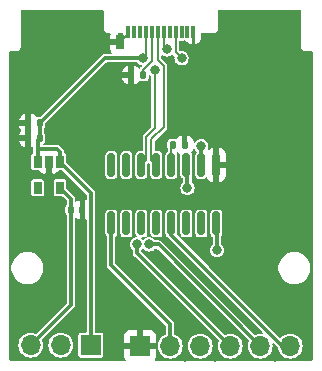
<source format=gbr>
%TF.GenerationSoftware,KiCad,Pcbnew,8.0.3*%
%TF.CreationDate,2024-07-14T10:18:13+10:00*%
%TF.ProjectId,USB-C to UART,5553422d-4320-4746-9f20-554152542e6b,rev?*%
%TF.SameCoordinates,Original*%
%TF.FileFunction,Copper,L1,Top*%
%TF.FilePolarity,Positive*%
%FSLAX46Y46*%
G04 Gerber Fmt 4.6, Leading zero omitted, Abs format (unit mm)*
G04 Created by KiCad (PCBNEW 8.0.3) date 2024-07-14 10:18:13*
%MOMM*%
%LPD*%
G01*
G04 APERTURE LIST*
G04 Aperture macros list*
%AMRoundRect*
0 Rectangle with rounded corners*
0 $1 Rounding radius*
0 $2 $3 $4 $5 $6 $7 $8 $9 X,Y pos of 4 corners*
0 Add a 4 corners polygon primitive as box body*
4,1,4,$2,$3,$4,$5,$6,$7,$8,$9,$2,$3,0*
0 Add four circle primitives for the rounded corners*
1,1,$1+$1,$2,$3*
1,1,$1+$1,$4,$5*
1,1,$1+$1,$6,$7*
1,1,$1+$1,$8,$9*
0 Add four rect primitives between the rounded corners*
20,1,$1+$1,$2,$3,$4,$5,0*
20,1,$1+$1,$4,$5,$6,$7,0*
20,1,$1+$1,$6,$7,$8,$9,0*
20,1,$1+$1,$8,$9,$2,$3,0*%
G04 Aperture macros list end*
%TA.AperFunction,SMDPad,CuDef*%
%ADD10RoundRect,0.140000X0.140000X0.170000X-0.140000X0.170000X-0.140000X-0.170000X0.140000X-0.170000X0*%
%TD*%
%TA.AperFunction,SMDPad,CuDef*%
%ADD11RoundRect,0.135000X-0.135000X-0.185000X0.135000X-0.185000X0.135000X0.185000X-0.135000X0.185000X0*%
%TD*%
%TA.AperFunction,SMDPad,CuDef*%
%ADD12R,0.650000X1.060000*%
%TD*%
%TA.AperFunction,SMDPad,CuDef*%
%ADD13RoundRect,0.150000X-0.150000X0.825000X-0.150000X-0.825000X0.150000X-0.825000X0.150000X0.825000X0*%
%TD*%
%TA.AperFunction,SMDPad,CuDef*%
%ADD14RoundRect,0.140000X-0.140000X-0.170000X0.140000X-0.170000X0.140000X0.170000X-0.140000X0.170000X0*%
%TD*%
%TA.AperFunction,ComponentPad*%
%ADD15R,1.700000X1.700000*%
%TD*%
%TA.AperFunction,ComponentPad*%
%ADD16O,1.700000X1.700000*%
%TD*%
%TA.AperFunction,SMDPad,CuDef*%
%ADD17R,1.500000X1.500000*%
%TD*%
%TA.AperFunction,SMDPad,CuDef*%
%ADD18R,0.300000X1.000000*%
%TD*%
%TA.AperFunction,SMDPad,CuDef*%
%ADD19R,0.700000X1.150000*%
%TD*%
%TA.AperFunction,ViaPad*%
%ADD20C,0.500000*%
%TD*%
%TA.AperFunction,ViaPad*%
%ADD21C,0.800000*%
%TD*%
%TA.AperFunction,Conductor*%
%ADD22C,0.300000*%
%TD*%
%TA.AperFunction,Conductor*%
%ADD23C,0.200000*%
%TD*%
G04 APERTURE END LIST*
D10*
%TO.P,C3,1*%
%TO.N,5V*%
X81910000Y24610000D03*
%TO.P,C3,2*%
%TO.N,Earth*%
X80950000Y24610000D03*
%TD*%
D11*
%TO.P,R1,1*%
%TO.N,Earth*%
X89670000Y29930000D03*
%TO.P,R1,2*%
%TO.N,Net-(P1-PadA5)*%
X90690000Y29930000D03*
%TD*%
D12*
%TO.P,U2,1*%
%TO.N,5V*%
X83640000Y22600000D03*
%TO.P,U2,2*%
%TO.N,Earth*%
X82690000Y22600000D03*
%TO.P,U2,3*%
%TO.N,5V*%
X81740000Y22600000D03*
%TO.P,U2,4*%
%TO.N,Net-(U2-Pad4)*%
X81740000Y20400000D03*
%TO.P,U2,5*%
%TO.N,3V3*%
X83640000Y20400000D03*
%TD*%
D13*
%TO.P,U1,1*%
%TO.N,Earth*%
X96875000Y22335000D03*
%TO.P,U1,2*%
%TO.N,TXO*%
X95605000Y22335000D03*
%TO.P,U1,3*%
%TO.N,RXI*%
X94335000Y22335000D03*
%TO.P,U1,4*%
%TO.N,Net-(C2-Pad1)*%
X93065000Y22335000D03*
%TO.P,U1,5*%
%TO.N,D+*%
X91795000Y22335000D03*
%TO.P,U1,6*%
%TO.N,D-*%
X90525000Y22335000D03*
%TO.P,U1,7*%
%TO.N,Net-(U1-Pad7)*%
X89255000Y22335000D03*
%TO.P,U1,8*%
%TO.N,Net-(U1-Pad8)*%
X87985000Y22335000D03*
%TO.P,U1,9*%
%TO.N,CTS*%
X87985000Y17385000D03*
%TO.P,U1,10*%
%TO.N,Net-(U1-Pad10)*%
X89255000Y17385000D03*
%TO.P,U1,11*%
%TO.N,Net-(U1-Pad11)*%
X90525000Y17385000D03*
%TO.P,U1,12*%
%TO.N,Net-(U1-Pad12)*%
X91795000Y17385000D03*
%TO.P,U1,13*%
%TO.N,DTR*%
X93065000Y17385000D03*
%TO.P,U1,14*%
%TO.N,Net-(U1-Pad14)*%
X94335000Y17385000D03*
%TO.P,U1,15*%
%TO.N,Net-(U1-Pad15)*%
X95605000Y17385000D03*
%TO.P,U1,16*%
%TO.N,VCC*%
X96875000Y17385000D03*
%TD*%
D14*
%TO.P,C4,1*%
%TO.N,3V3*%
X84580000Y18550000D03*
%TO.P,C4,2*%
%TO.N,Earth*%
X85540000Y18550000D03*
%TD*%
D10*
%TO.P,C1,1*%
%TO.N,5V*%
X81910000Y25860000D03*
%TO.P,C1,2*%
%TO.N,Earth*%
X80950000Y25860000D03*
%TD*%
D15*
%TO.P,J1,1*%
%TO.N,Earth*%
X90430000Y7000000D03*
D16*
%TO.P,J1,2*%
%TO.N,CTS*%
X92970000Y7000000D03*
%TO.P,J1,3*%
%TO.N,VCC*%
X95510000Y7000000D03*
%TO.P,J1,4*%
%TO.N,TXO*%
X98050000Y7000000D03*
%TO.P,J1,5*%
%TO.N,RXI*%
X100590000Y7000000D03*
%TO.P,J1,6*%
%TO.N,DTR*%
X103130000Y7000000D03*
%TD*%
D15*
%TO.P,JP1,1*%
%TO.N,5V*%
X86250000Y7080000D03*
D16*
%TO.P,JP1,2*%
%TO.N,VCC*%
X83710000Y7080000D03*
%TO.P,JP1,3*%
%TO.N,3V3*%
X81170000Y7080000D03*
%TD*%
D17*
%TO.P,TP3,1,1*%
%TO.N,Earth*%
X97880000Y34610000D03*
%TD*%
D14*
%TO.P,C2,1*%
%TO.N,Net-(C2-Pad1)*%
X93220000Y24060000D03*
%TO.P,C2,2*%
%TO.N,Earth*%
X94180000Y24060000D03*
%TD*%
D17*
%TO.P,TP1,1,1*%
%TO.N,Earth*%
X86480000Y34610000D03*
%TD*%
D18*
%TO.P,P1,A1*%
%TO.N,Earth*%
X89430000Y33570000D03*
%TO.P,P1,A2*%
%TO.N,N/C*%
X89930000Y33570000D03*
%TO.P,P1,A3*%
X90430000Y33570000D03*
%TO.P,P1,A4*%
%TO.N,5V*%
X90930000Y33570000D03*
%TO.P,P1,A5*%
%TO.N,Net-(P1-PadA5)*%
X91430000Y33570000D03*
%TO.P,P1,A6*%
%TO.N,D+*%
X91930000Y33570000D03*
%TO.P,P1,A7*%
%TO.N,D-*%
X92430000Y33570000D03*
%TO.P,P1,A8*%
%TO.N,N/C*%
X92930000Y33570000D03*
%TO.P,P1,A9*%
%TO.N,5V*%
X93430000Y33570000D03*
%TO.P,P1,A10*%
%TO.N,N/C*%
X93930000Y33570000D03*
%TO.P,P1,A11*%
X94430000Y33570000D03*
%TO.P,P1,A12*%
%TO.N,Earth*%
X94930000Y33570000D03*
D19*
%TO.P,P1,S1*%
X88760000Y32730000D03*
%TD*%
D20*
%TO.N,Earth*%
X97404500Y35038500D03*
D21*
X94650000Y11490000D03*
D20*
X86927000Y35038500D03*
D21*
X95420000Y19460000D03*
D20*
X97404500Y34149500D03*
D21*
X101860000Y6110000D03*
X91950000Y14360000D03*
X94200000Y6100000D03*
X92930000Y10910000D03*
X91290000Y12020000D03*
X85390000Y16690000D03*
D20*
X98357000Y35038500D03*
D21*
X92290000Y19510000D03*
X95590000Y15520000D03*
X95650000Y20520000D03*
X94140000Y8170000D03*
D20*
X86927000Y34149500D03*
D21*
X96760000Y6080000D03*
D20*
X98357000Y34149500D03*
D21*
X93620000Y12690000D03*
X88970000Y14470000D03*
D20*
X86038000Y34149500D03*
D21*
X99330000Y6150000D03*
X97770000Y8530000D03*
X82680000Y21360000D03*
D20*
X86038000Y35038500D03*
D21*
X93090000Y20530000D03*
%TO.N,VCC*%
X96930000Y15110000D03*
%TO.N,D-*%
X92680000Y32110000D03*
X91680000Y30360000D03*
%TO.N,RXI*%
X91180003Y15610000D03*
X94430000Y20360000D03*
%TO.N,TXO*%
X95605000Y23930000D03*
X90180000Y15610000D03*
%TO.N,5V*%
X90667024Y31372976D03*
X93930000Y31360000D03*
%TD*%
D22*
%TO.N,Earth*%
X85540000Y16840000D02*
X85540000Y18550000D01*
X85390000Y16690000D02*
X85540000Y16840000D01*
X82690000Y22600000D02*
X82690000Y21370000D01*
D23*
X89430000Y33400000D02*
X88760000Y32730000D01*
X89430000Y33570000D02*
X89430000Y33400000D01*
D22*
X82690000Y21370000D02*
X82680000Y21360000D01*
%TO.N,VCC*%
X96930000Y15110000D02*
X96930000Y17330000D01*
X96930000Y17330000D02*
X96875000Y17385000D01*
%TO.N,DTR*%
X102475000Y7000000D02*
X93065000Y16410000D01*
X103130000Y7000000D02*
X102475000Y7000000D01*
X93065000Y16410000D02*
X93065000Y17385000D01*
D23*
%TO.N,Net-(P1-PadA5)*%
X90690000Y30406002D02*
X90690000Y29930000D01*
X91430000Y31146002D02*
X90690000Y30406002D01*
X91430000Y33570000D02*
X91430000Y31146002D01*
%TO.N,D+*%
X91930000Y31200699D02*
X92405000Y30725699D01*
X91930000Y33570000D02*
X91930000Y31200699D01*
X91385000Y22745000D02*
X91795000Y22335000D01*
X92405000Y30725699D02*
X92405000Y25516800D01*
X91385000Y24496800D02*
X91385000Y22745000D01*
X92405000Y25516800D02*
X91385000Y24496800D01*
%TO.N,D-*%
X90935000Y24683200D02*
X91680000Y25428200D01*
X92680000Y32110000D02*
X92430000Y32360000D01*
X91680000Y25428200D02*
X91680000Y30360000D01*
X92430000Y32360000D02*
X92430000Y33570000D01*
X90935000Y22745000D02*
X90935000Y24683200D01*
X90525000Y22335000D02*
X90935000Y22745000D01*
D22*
%TO.N,3V3*%
X84580000Y10490000D02*
X81170000Y7080000D01*
X84580000Y18550000D02*
X84580000Y10490000D01*
X84580000Y19460000D02*
X83640000Y20400000D01*
X84580000Y18550000D02*
X84580000Y19460000D01*
%TO.N,RXI*%
X94430000Y22240000D02*
X94335000Y22335000D01*
X100590000Y7000000D02*
X91980000Y15610000D01*
X91980000Y15610000D02*
X91180003Y15610000D01*
X94430000Y20360000D02*
X94430000Y22240000D01*
%TO.N,CTS*%
X87985000Y13822868D02*
X87985000Y17385000D01*
X92970000Y7000000D02*
X92970000Y8837868D01*
X92970000Y8837868D02*
X87985000Y13822868D01*
%TO.N,TXO*%
X90180000Y14870000D02*
X90180000Y15610000D01*
X95605000Y23930000D02*
X95605000Y22335000D01*
X98050000Y7000000D02*
X90180000Y14870000D01*
%TO.N,5V*%
X86250000Y7080000D02*
X86250000Y19990000D01*
D23*
X93930000Y31360000D02*
X93430000Y31860000D01*
D22*
X81910000Y25860000D02*
X87422976Y31372976D01*
X83640000Y23430000D02*
X83400000Y23670000D01*
X83640000Y22600000D02*
X83640000Y23430000D01*
X81740000Y22600000D02*
X81740000Y23670000D01*
X81740000Y23670000D02*
X81740000Y24440000D01*
D23*
X93430000Y31860000D02*
X93430000Y33570000D01*
D22*
X87422976Y31372976D02*
X90667024Y31372976D01*
X83400000Y23670000D02*
X81740000Y23670000D01*
X81740000Y24440000D02*
X81910000Y24610000D01*
X81910000Y24610000D02*
X81910000Y25860000D01*
D23*
X90930000Y33570000D02*
X90930000Y31635952D01*
X90930000Y31635952D02*
X90667024Y31372976D01*
D22*
X86250000Y19990000D02*
X83640000Y22600000D01*
D23*
%TO.N,Net-(C2-Pad1)*%
X93065000Y23905000D02*
X93220000Y24060000D01*
X93065000Y22335000D02*
X93065000Y23905000D01*
%TD*%
%TA.AperFunction,Conductor*%
%TO.N,Earth*%
G36*
X87186036Y35481299D02*
G01*
X87233835Y35471792D01*
X87256361Y35462463D01*
X87291668Y35438875D01*
X87308912Y35421635D01*
X87332506Y35386333D01*
X87341840Y35363810D01*
X87351297Y35316318D01*
X87352500Y35304112D01*
X87352500Y33878713D01*
X87352553Y33878171D01*
X87352548Y33853748D01*
X87352549Y33853744D01*
X87366940Y33800000D01*
X87380769Y33748355D01*
X87381664Y33745015D01*
X87381666Y33745010D01*
X87437929Y33647527D01*
X87437932Y33647523D01*
X87517504Y33567937D01*
X87517517Y33567924D01*
X87614995Y33511637D01*
X87723721Y33482501D01*
X87747358Y33482501D01*
X87747366Y33482500D01*
X87854361Y33482500D01*
X87898555Y33464194D01*
X87916861Y33420000D01*
X87916503Y33413319D01*
X87910000Y33352836D01*
X87910000Y32980000D01*
X88510000Y32980000D01*
X88510000Y33420000D01*
X88528306Y33464194D01*
X88572500Y33482500D01*
X88861372Y33482500D01*
X88861695Y33482532D01*
X88886278Y33482532D01*
X88886279Y33482532D01*
X88912284Y33489500D01*
X88931324Y33494601D01*
X88978750Y33488358D01*
X89007870Y33450407D01*
X89010000Y33434231D01*
X89010000Y32542500D01*
X88991694Y32498306D01*
X88947500Y32480000D01*
X87910000Y32480000D01*
X87910000Y32107165D01*
X87916402Y32047623D01*
X87966647Y31912909D01*
X87966649Y31912906D01*
X88033631Y31823431D01*
X88045462Y31777082D01*
X88021053Y31735943D01*
X87983598Y31723476D01*
X87376832Y31723476D01*
X87376831Y31723476D01*
X87376825Y31723475D01*
X87287688Y31699591D01*
X87287685Y31699590D01*
X87207764Y31653446D01*
X87207758Y31653441D01*
X81943122Y26388806D01*
X81898928Y26370500D01*
X81730108Y26370500D01*
X81730105Y26370500D01*
X81730100Y26370499D01*
X81680513Y26363972D01*
X81680511Y26363972D01*
X81680182Y26363928D01*
X81633977Y26376311D01*
X81618230Y26394079D01*
X81599720Y26425378D01*
X81485377Y26539721D01*
X81346197Y26622031D01*
X81346196Y26622032D01*
X81200000Y26664507D01*
X81200000Y23805496D01*
X81309563Y23837326D01*
X81357110Y23832077D01*
X81387018Y23794745D01*
X81389500Y23777308D01*
X81389500Y23380649D01*
X81371194Y23336455D01*
X81339199Y23319351D01*
X81336771Y23318868D01*
X81336767Y23318867D01*
X81270447Y23274553D01*
X81226133Y23208233D01*
X81226132Y23208231D01*
X81214500Y23149749D01*
X81214500Y22050252D01*
X81226132Y21991770D01*
X81226133Y21991768D01*
X81270447Y21925448D01*
X81336767Y21881134D01*
X81336769Y21881133D01*
X81395252Y21869500D01*
X81862741Y21869500D01*
X81906935Y21851194D01*
X81919409Y21831784D01*
X81919504Y21831835D01*
X81920229Y21830507D01*
X81921301Y21828839D01*
X81921646Y21827913D01*
X82007813Y21712809D01*
X82122905Y21626650D01*
X82122908Y21626648D01*
X82257622Y21576403D01*
X82317164Y21570001D01*
X82317178Y21570000D01*
X82440000Y21570000D01*
X82440000Y22787500D01*
X82458306Y22831694D01*
X82502500Y22850000D01*
X82877500Y22850000D01*
X82921694Y22831694D01*
X82940000Y22787500D01*
X82940000Y21570000D01*
X83062822Y21570000D01*
X83062835Y21570001D01*
X83122377Y21576403D01*
X83257091Y21626648D01*
X83257094Y21626650D01*
X83372186Y21712809D01*
X83458353Y21827913D01*
X83458699Y21828839D01*
X83459088Y21829258D01*
X83460496Y21831835D01*
X83461153Y21831476D01*
X83491293Y21863851D01*
X83517259Y21869500D01*
X83848930Y21869500D01*
X83893124Y21851194D01*
X85881194Y19863125D01*
X85899500Y19818931D01*
X85899500Y19405936D01*
X85881194Y19361742D01*
X85837000Y19343436D01*
X85819563Y19345918D01*
X85790001Y19354507D01*
X85790000Y19354506D01*
X85790000Y17745496D01*
X85819563Y17754084D01*
X85867109Y17748835D01*
X85897018Y17711503D01*
X85899500Y17694066D01*
X85899500Y8193000D01*
X85881194Y8148806D01*
X85837000Y8130500D01*
X85380252Y8130500D01*
X85321769Y8118868D01*
X85321767Y8118867D01*
X85255447Y8074553D01*
X85211133Y8008233D01*
X85211132Y8008231D01*
X85199500Y7949749D01*
X85199500Y6210252D01*
X85211132Y6151770D01*
X85211133Y6151768D01*
X85255447Y6085448D01*
X85321767Y6041134D01*
X85321769Y6041133D01*
X85380252Y6029500D01*
X87119748Y6029500D01*
X87178231Y6041133D01*
X87244552Y6085448D01*
X87288867Y6151769D01*
X87300500Y6210252D01*
X87300500Y7949748D01*
X87288867Y8008231D01*
X87288795Y8008339D01*
X87244552Y8074553D01*
X87178232Y8118867D01*
X87178230Y8118868D01*
X87119748Y8130500D01*
X86663000Y8130500D01*
X86618806Y8148806D01*
X86600500Y8193000D01*
X86600500Y18243260D01*
X87484500Y18243260D01*
X87484500Y16526741D01*
X87494426Y16458610D01*
X87494426Y16458609D01*
X87494427Y16458607D01*
X87545802Y16353517D01*
X87545803Y16353516D01*
X87616194Y16283125D01*
X87634500Y16238931D01*
X87634500Y13776720D01*
X87647455Y13728375D01*
X87650690Y13716301D01*
X87650694Y13716288D01*
X87650694Y13716287D01*
X87658384Y13687584D01*
X87658385Y13687581D01*
X87704531Y13607655D01*
X87704534Y13607651D01*
X92601194Y8710992D01*
X92619500Y8666798D01*
X92619500Y8037800D01*
X92601194Y7993606D01*
X92575144Y7977992D01*
X92566047Y7975233D01*
X92566043Y7975231D01*
X92383555Y7877689D01*
X92383544Y7877681D01*
X92223591Y7746412D01*
X92223588Y7746409D01*
X92092319Y7586456D01*
X92092311Y7586445D01*
X91994768Y7403955D01*
X91994766Y7403950D01*
X91934700Y7205936D01*
X91934699Y7205931D01*
X91914417Y7000001D01*
X91914417Y7000000D01*
X91934699Y6794070D01*
X91934700Y6794065D01*
X91994766Y6596051D01*
X91994768Y6596046D01*
X92092311Y6413556D01*
X92092313Y6413552D01*
X92092315Y6413550D01*
X92223590Y6253590D01*
X92383550Y6122315D01*
X92383553Y6122314D01*
X92383555Y6122312D01*
X92452523Y6085448D01*
X92566046Y6024768D01*
X92764066Y5964700D01*
X92970000Y5944417D01*
X93175934Y5964700D01*
X93373954Y6024768D01*
X93556450Y6122315D01*
X93716410Y6253590D01*
X93847685Y6413550D01*
X93945232Y6596046D01*
X94005300Y6794066D01*
X94025583Y7000000D01*
X94025583Y7000001D01*
X94454417Y7000001D01*
X94454417Y7000000D01*
X94474699Y6794070D01*
X94474700Y6794065D01*
X94534766Y6596051D01*
X94534768Y6596046D01*
X94632311Y6413556D01*
X94632313Y6413552D01*
X94632315Y6413550D01*
X94763590Y6253590D01*
X94923550Y6122315D01*
X94923553Y6122314D01*
X94923555Y6122312D01*
X94992523Y6085448D01*
X95106046Y6024768D01*
X95304066Y5964700D01*
X95510000Y5944417D01*
X95715934Y5964700D01*
X95913954Y6024768D01*
X96096450Y6122315D01*
X96256410Y6253590D01*
X96387685Y6413550D01*
X96485232Y6596046D01*
X96545300Y6794066D01*
X96565583Y7000000D01*
X96545300Y7205934D01*
X96485232Y7403954D01*
X96387685Y7586450D01*
X96256410Y7746410D01*
X96158930Y7826409D01*
X96096455Y7877681D01*
X96096453Y7877682D01*
X96096450Y7877685D01*
X96096448Y7877687D01*
X96096444Y7877689D01*
X95913954Y7975232D01*
X95913949Y7975234D01*
X95715935Y8035300D01*
X95715930Y8035301D01*
X95510000Y8055583D01*
X95304069Y8035301D01*
X95304064Y8035300D01*
X95106050Y7975234D01*
X95106045Y7975232D01*
X94923555Y7877689D01*
X94923544Y7877681D01*
X94763591Y7746412D01*
X94763588Y7746409D01*
X94632319Y7586456D01*
X94632311Y7586445D01*
X94534768Y7403955D01*
X94534766Y7403950D01*
X94474700Y7205936D01*
X94474699Y7205931D01*
X94454417Y7000001D01*
X94025583Y7000001D01*
X94005300Y7205934D01*
X93945232Y7403954D01*
X93847685Y7586450D01*
X93716410Y7746410D01*
X93618930Y7826409D01*
X93556455Y7877681D01*
X93556453Y7877682D01*
X93556450Y7877685D01*
X93556448Y7877687D01*
X93556444Y7877689D01*
X93373956Y7975231D01*
X93373952Y7975233D01*
X93364856Y7977992D01*
X93327879Y8008339D01*
X93320500Y8037800D01*
X93320500Y8884011D01*
X93320498Y8884019D01*
X93296615Y8973153D01*
X93296614Y8973156D01*
X93250470Y9053080D01*
X93250468Y9053082D01*
X93250465Y9053086D01*
X88353806Y13949745D01*
X88335500Y13993939D01*
X88335500Y15610002D01*
X89574318Y15610002D01*
X89574318Y15609999D01*
X89594954Y15453245D01*
X89594957Y15453235D01*
X89655462Y15307162D01*
X89655464Y15307159D01*
X89751714Y15181722D01*
X89751718Y15181718D01*
X89805047Y15140797D01*
X89828965Y15099371D01*
X89829500Y15091213D01*
X89829500Y14823852D01*
X89840344Y14783387D01*
X89840344Y14783386D01*
X89853384Y14734716D01*
X89853385Y14734713D01*
X89899531Y14654787D01*
X89899534Y14654783D01*
X97068323Y7485995D01*
X97086629Y7441801D01*
X97079250Y7412340D01*
X97074767Y7403953D01*
X97014700Y7205936D01*
X97014699Y7205931D01*
X96994417Y7000001D01*
X96994417Y7000000D01*
X97014699Y6794070D01*
X97014700Y6794065D01*
X97074766Y6596051D01*
X97074768Y6596046D01*
X97172311Y6413556D01*
X97172313Y6413552D01*
X97172315Y6413550D01*
X97303590Y6253590D01*
X97463550Y6122315D01*
X97463553Y6122314D01*
X97463555Y6122312D01*
X97532523Y6085448D01*
X97646046Y6024768D01*
X97844066Y5964700D01*
X98050000Y5944417D01*
X98255934Y5964700D01*
X98453954Y6024768D01*
X98636450Y6122315D01*
X98796410Y6253590D01*
X98927685Y6413550D01*
X99025232Y6596046D01*
X99085300Y6794066D01*
X99105583Y7000000D01*
X99085300Y7205934D01*
X99025232Y7403954D01*
X98927685Y7586450D01*
X98796410Y7746410D01*
X98698930Y7826409D01*
X98636455Y7877681D01*
X98636453Y7877682D01*
X98636450Y7877685D01*
X98636448Y7877687D01*
X98636444Y7877689D01*
X98453954Y7975232D01*
X98453949Y7975234D01*
X98255935Y8035300D01*
X98255930Y8035301D01*
X98050000Y8055583D01*
X97844069Y8035301D01*
X97844064Y8035300D01*
X97646047Y7975233D01*
X97637660Y7970750D01*
X97590055Y7966063D01*
X97564005Y7981677D01*
X90548806Y14996876D01*
X90530500Y15041070D01*
X90530500Y15091213D01*
X90548806Y15135407D01*
X90554947Y15140794D01*
X90608282Y15181718D01*
X90630417Y15210567D01*
X90671840Y15234483D01*
X90718046Y15222104D01*
X90729584Y15210566D01*
X90751717Y15181722D01*
X90751719Y15181721D01*
X90751721Y15181718D01*
X90877162Y15085464D01*
X91023241Y15024956D01*
X91023245Y15024956D01*
X91023247Y15024955D01*
X91180001Y15004318D01*
X91180003Y15004318D01*
X91180005Y15004318D01*
X91336758Y15024955D01*
X91336758Y15024956D01*
X91336765Y15024956D01*
X91482844Y15085464D01*
X91584606Y15163549D01*
X91608284Y15181717D01*
X91608287Y15181720D01*
X91630421Y15210566D01*
X91649207Y15235048D01*
X91690633Y15258965D01*
X91698791Y15259500D01*
X91808930Y15259500D01*
X91853124Y15241194D01*
X99608323Y7485995D01*
X99626629Y7441801D01*
X99619250Y7412340D01*
X99614767Y7403953D01*
X99554700Y7205936D01*
X99554699Y7205931D01*
X99534417Y7000001D01*
X99534417Y7000000D01*
X99554699Y6794070D01*
X99554700Y6794065D01*
X99614766Y6596051D01*
X99614768Y6596046D01*
X99712311Y6413556D01*
X99712313Y6413552D01*
X99712315Y6413550D01*
X99843590Y6253590D01*
X100003550Y6122315D01*
X100003553Y6122314D01*
X100003555Y6122312D01*
X100072523Y6085448D01*
X100186046Y6024768D01*
X100384066Y5964700D01*
X100590000Y5944417D01*
X100795934Y5964700D01*
X100993954Y6024768D01*
X101176450Y6122315D01*
X101336410Y6253590D01*
X101467685Y6413550D01*
X101565232Y6596046D01*
X101625300Y6794066D01*
X101645583Y7000000D01*
X101626242Y7196365D01*
X101640128Y7242138D01*
X101682315Y7264688D01*
X101728090Y7250802D01*
X101732635Y7246683D01*
X102068993Y6910325D01*
X102086998Y6872258D01*
X102094700Y6794066D01*
X102154766Y6596051D01*
X102154768Y6596046D01*
X102252311Y6413556D01*
X102252313Y6413552D01*
X102252315Y6413550D01*
X102383590Y6253590D01*
X102543550Y6122315D01*
X102543553Y6122314D01*
X102543555Y6122312D01*
X102612523Y6085448D01*
X102726046Y6024768D01*
X102924066Y5964700D01*
X103130000Y5944417D01*
X103335934Y5964700D01*
X103533954Y6024768D01*
X103716450Y6122315D01*
X103876410Y6253590D01*
X104007685Y6413550D01*
X104105232Y6596046D01*
X104165300Y6794066D01*
X104185583Y7000000D01*
X104165300Y7205934D01*
X104105232Y7403954D01*
X104007685Y7586450D01*
X103876410Y7746410D01*
X103778930Y7826409D01*
X103716455Y7877681D01*
X103716453Y7877682D01*
X103716450Y7877685D01*
X103716448Y7877687D01*
X103716444Y7877689D01*
X103533954Y7975232D01*
X103533949Y7975234D01*
X103335935Y8035300D01*
X103335930Y8035301D01*
X103130000Y8055583D01*
X102924069Y8035301D01*
X102924064Y8035300D01*
X102726050Y7975234D01*
X102726045Y7975232D01*
X102543555Y7877689D01*
X102543544Y7877681D01*
X102383591Y7746412D01*
X102355521Y7712210D01*
X102313333Y7689662D01*
X102267558Y7703549D01*
X102263015Y7707667D01*
X96254394Y13716288D01*
X102129500Y13716288D01*
X102129500Y13503716D01*
X102129501Y13503700D01*
X102162753Y13293760D01*
X102162753Y13293759D01*
X102228442Y13091590D01*
X102228446Y13091582D01*
X102324949Y12902183D01*
X102449897Y12730206D01*
X102600205Y12579898D01*
X102772182Y12454950D01*
X102772184Y12454949D01*
X102961588Y12358443D01*
X103163757Y12292754D01*
X103252244Y12278739D01*
X103373699Y12259502D01*
X103373705Y12259502D01*
X103373713Y12259500D01*
X103373715Y12259500D01*
X103586285Y12259500D01*
X103586287Y12259500D01*
X103796243Y12292754D01*
X103998412Y12358443D01*
X104187816Y12454949D01*
X104359792Y12579896D01*
X104510104Y12730208D01*
X104635051Y12902184D01*
X104731557Y13091588D01*
X104797246Y13293757D01*
X104830500Y13503713D01*
X104830500Y13716287D01*
X104797246Y13926243D01*
X104731557Y14128412D01*
X104635051Y14317816D01*
X104510104Y14489792D01*
X104510102Y14489795D01*
X104359794Y14640103D01*
X104187817Y14765051D01*
X103998418Y14861554D01*
X103998410Y14861558D01*
X103796241Y14927247D01*
X103586300Y14960499D01*
X103586288Y14960500D01*
X103586287Y14960500D01*
X103373713Y14960500D01*
X103373711Y14960500D01*
X103373699Y14960499D01*
X103163759Y14927247D01*
X103163758Y14927247D01*
X102961589Y14861558D01*
X102961581Y14861554D01*
X102772182Y14765051D01*
X102600205Y14640103D01*
X102449897Y14489795D01*
X102324949Y14317818D01*
X102228446Y14128419D01*
X102228442Y14128411D01*
X102162753Y13926242D01*
X102162753Y13926241D01*
X102129501Y13716301D01*
X102129500Y13716288D01*
X96254394Y13716288D01*
X94860680Y15110002D01*
X96324318Y15110002D01*
X96324318Y15109999D01*
X96344954Y14953245D01*
X96344957Y14953235D01*
X96405462Y14807162D01*
X96405464Y14807159D01*
X96501717Y14681718D01*
X96597971Y14607861D01*
X96627159Y14585464D01*
X96773238Y14524956D01*
X96773242Y14524956D01*
X96773244Y14524955D01*
X96929998Y14504318D01*
X96930000Y14504318D01*
X96930002Y14504318D01*
X97086755Y14524955D01*
X97086755Y14524956D01*
X97086762Y14524956D01*
X97232841Y14585464D01*
X97358282Y14681718D01*
X97454536Y14807159D01*
X97515044Y14953238D01*
X97535682Y15110000D01*
X97531627Y15140798D01*
X97515045Y15266756D01*
X97515044Y15266758D01*
X97515044Y15266762D01*
X97454536Y15412841D01*
X97358282Y15538282D01*
X97358279Y15538284D01*
X97358278Y15538286D01*
X97304952Y15579205D01*
X97281035Y15620632D01*
X97280500Y15628789D01*
X97280500Y16293931D01*
X97298806Y16338125D01*
X97314198Y16353517D01*
X97365573Y16458607D01*
X97375500Y16526740D01*
X97375500Y18243260D01*
X97365573Y18311393D01*
X97314198Y18416483D01*
X97231483Y18499198D01*
X97126393Y18550573D01*
X97126391Y18550574D01*
X97126390Y18550574D01*
X97072267Y18558460D01*
X97058260Y18560500D01*
X96691740Y18560500D01*
X96680121Y18558808D01*
X96623609Y18550574D01*
X96518515Y18499197D01*
X96435803Y18416485D01*
X96384426Y18311391D01*
X96374500Y18243260D01*
X96374500Y16526741D01*
X96384426Y16458610D01*
X96384426Y16458609D01*
X96384427Y16458607D01*
X96435802Y16353517D01*
X96518517Y16270802D01*
X96544448Y16258126D01*
X96576113Y16222271D01*
X96579500Y16201976D01*
X96579500Y15628789D01*
X96561194Y15584595D01*
X96555048Y15579205D01*
X96501721Y15538286D01*
X96501718Y15538282D01*
X96436460Y15453235D01*
X96405462Y15412838D01*
X96344957Y15266766D01*
X96344954Y15266756D01*
X96324318Y15110002D01*
X94860680Y15110002D01*
X93571949Y16398733D01*
X93553643Y16442927D01*
X93555277Y16453745D01*
X93554873Y16453803D01*
X93565500Y16526741D01*
X93565500Y18243260D01*
X93834500Y18243260D01*
X93834500Y16526741D01*
X93844426Y16458610D01*
X93844426Y16458609D01*
X93844427Y16458607D01*
X93895802Y16353517D01*
X93978517Y16270802D01*
X94083607Y16219427D01*
X94151740Y16209500D01*
X94151741Y16209500D01*
X94518259Y16209500D01*
X94518260Y16209500D01*
X94586393Y16219427D01*
X94691483Y16270802D01*
X94774198Y16353517D01*
X94825573Y16458607D01*
X94835500Y16526740D01*
X94835500Y18243260D01*
X95104500Y18243260D01*
X95104500Y16526741D01*
X95114426Y16458610D01*
X95114426Y16458609D01*
X95114427Y16458607D01*
X95165802Y16353517D01*
X95248517Y16270802D01*
X95353607Y16219427D01*
X95421740Y16209500D01*
X95421741Y16209500D01*
X95788259Y16209500D01*
X95788260Y16209500D01*
X95856393Y16219427D01*
X95961483Y16270802D01*
X96044198Y16353517D01*
X96095573Y16458607D01*
X96105500Y16526740D01*
X96105500Y18243260D01*
X96095573Y18311393D01*
X96044198Y18416483D01*
X95961483Y18499198D01*
X95856393Y18550573D01*
X95856391Y18550574D01*
X95856390Y18550574D01*
X95802267Y18558460D01*
X95788260Y18560500D01*
X95421740Y18560500D01*
X95410121Y18558808D01*
X95353609Y18550574D01*
X95248515Y18499197D01*
X95165803Y18416485D01*
X95114426Y18311391D01*
X95104500Y18243260D01*
X94835500Y18243260D01*
X94825573Y18311393D01*
X94774198Y18416483D01*
X94691483Y18499198D01*
X94586393Y18550573D01*
X94586391Y18550574D01*
X94586390Y18550574D01*
X94532267Y18558460D01*
X94518260Y18560500D01*
X94151740Y18560500D01*
X94140121Y18558808D01*
X94083609Y18550574D01*
X93978515Y18499197D01*
X93895803Y18416485D01*
X93844426Y18311391D01*
X93834500Y18243260D01*
X93565500Y18243260D01*
X93555573Y18311393D01*
X93504198Y18416483D01*
X93421483Y18499198D01*
X93316393Y18550573D01*
X93316391Y18550574D01*
X93316390Y18550574D01*
X93262267Y18558460D01*
X93248260Y18560500D01*
X92881740Y18560500D01*
X92870121Y18558808D01*
X92813609Y18550574D01*
X92708515Y18499197D01*
X92625803Y18416485D01*
X92574426Y18311391D01*
X92564500Y18243260D01*
X92564500Y16526741D01*
X92574426Y16458610D01*
X92574426Y16458609D01*
X92574427Y16458607D01*
X92625802Y16353517D01*
X92708517Y16270802D01*
X92736137Y16257300D01*
X92762814Y16232400D01*
X92784527Y16194792D01*
X92784534Y16194783D01*
X100836682Y8142636D01*
X100854988Y8098442D01*
X100836682Y8054248D01*
X100792488Y8035942D01*
X100786362Y8036243D01*
X100590000Y8055583D01*
X100384069Y8035301D01*
X100384064Y8035300D01*
X100186047Y7975233D01*
X100177660Y7970750D01*
X100130055Y7966063D01*
X100104005Y7981677D01*
X92195217Y15890466D01*
X92195213Y15890469D01*
X92195212Y15890470D01*
X92155250Y15913542D01*
X92115287Y15936615D01*
X92115284Y15936616D01*
X92026150Y15960499D01*
X92026145Y15960500D01*
X92026144Y15960500D01*
X92026143Y15960500D01*
X91698791Y15960500D01*
X91654597Y15978806D01*
X91649207Y15984952D01*
X91608284Y16038284D01*
X91522327Y16104240D01*
X91498409Y16145667D01*
X91510789Y16191872D01*
X91552216Y16215790D01*
X91569378Y16215673D01*
X91611740Y16209500D01*
X91611742Y16209500D01*
X91978259Y16209500D01*
X91978260Y16209500D01*
X92046393Y16219427D01*
X92151483Y16270802D01*
X92234198Y16353517D01*
X92285573Y16458607D01*
X92295500Y16526740D01*
X92295500Y18243260D01*
X92285573Y18311393D01*
X92234198Y18416483D01*
X92151483Y18499198D01*
X92046393Y18550573D01*
X92046391Y18550574D01*
X92046390Y18550574D01*
X91992267Y18558460D01*
X91978260Y18560500D01*
X91611740Y18560500D01*
X91600121Y18558808D01*
X91543609Y18550574D01*
X91438515Y18499197D01*
X91355803Y18416485D01*
X91304426Y18311391D01*
X91294500Y18243260D01*
X91294500Y16526741D01*
X91304426Y16458610D01*
X91304426Y16458609D01*
X91304427Y16458607D01*
X91355802Y16353517D01*
X91355803Y16353516D01*
X91417615Y16291704D01*
X91435921Y16247510D01*
X91417615Y16203316D01*
X91373421Y16185010D01*
X91349506Y16189767D01*
X91336765Y16195044D01*
X91336762Y16195045D01*
X91336761Y16195045D01*
X91336758Y16195046D01*
X91180005Y16215682D01*
X91180001Y16215682D01*
X91023247Y16195046D01*
X91023241Y16195044D01*
X90938654Y16160007D01*
X90890819Y16160008D01*
X90884531Y16166296D01*
X90885301Y16153910D01*
X90864235Y16124618D01*
X90751719Y16038281D01*
X90751718Y16038281D01*
X90729585Y16009436D01*
X90688158Y15985519D01*
X90641953Y15997900D01*
X90630416Y16009437D01*
X90608285Y16038279D01*
X90608283Y16038281D01*
X90608282Y16038282D01*
X90531216Y16097417D01*
X90507300Y16138842D01*
X90519680Y16185048D01*
X90561107Y16208965D01*
X90569265Y16209500D01*
X90708259Y16209500D01*
X90708260Y16209500D01*
X90776393Y16219427D01*
X90798738Y16230352D01*
X90846479Y16233316D01*
X90856994Y16224031D01*
X90856995Y16241668D01*
X90878422Y16268617D01*
X90881477Y16270800D01*
X90881483Y16270802D01*
X90964198Y16353517D01*
X91015573Y16458607D01*
X91025500Y16526740D01*
X91025500Y18243260D01*
X91015573Y18311393D01*
X90964198Y18416483D01*
X90881483Y18499198D01*
X90776393Y18550573D01*
X90776391Y18550574D01*
X90776390Y18550574D01*
X90722267Y18558460D01*
X90708260Y18560500D01*
X90341740Y18560500D01*
X90330121Y18558808D01*
X90273609Y18550574D01*
X90168515Y18499197D01*
X90085803Y18416485D01*
X90034426Y18311391D01*
X90024500Y18243260D01*
X90024500Y16526741D01*
X90034426Y16458610D01*
X90034426Y16458609D01*
X90034427Y16458607D01*
X90085802Y16353517D01*
X90085803Y16353516D01*
X90128943Y16310376D01*
X90147249Y16266182D01*
X90128943Y16221988D01*
X90092907Y16204217D01*
X90023245Y16195046D01*
X90023234Y16195043D01*
X89877161Y16134538D01*
X89877158Y16134536D01*
X89751717Y16038283D01*
X89655464Y15912842D01*
X89655462Y15912839D01*
X89594957Y15766766D01*
X89594954Y15766756D01*
X89574318Y15610002D01*
X88335500Y15610002D01*
X88335500Y16238931D01*
X88353806Y16283125D01*
X88381057Y16310376D01*
X88424198Y16353517D01*
X88475573Y16458607D01*
X88485500Y16526740D01*
X88485500Y18243260D01*
X88754500Y18243260D01*
X88754500Y16526741D01*
X88764426Y16458610D01*
X88764426Y16458609D01*
X88764427Y16458607D01*
X88815802Y16353517D01*
X88898517Y16270802D01*
X89003607Y16219427D01*
X89071740Y16209500D01*
X89071741Y16209500D01*
X89438259Y16209500D01*
X89438260Y16209500D01*
X89506393Y16219427D01*
X89611483Y16270802D01*
X89694198Y16353517D01*
X89745573Y16458607D01*
X89755500Y16526740D01*
X89755500Y18243260D01*
X89745573Y18311393D01*
X89694198Y18416483D01*
X89611483Y18499198D01*
X89506393Y18550573D01*
X89506391Y18550574D01*
X89506390Y18550574D01*
X89452267Y18558460D01*
X89438260Y18560500D01*
X89071740Y18560500D01*
X89060121Y18558808D01*
X89003609Y18550574D01*
X88898515Y18499197D01*
X88815803Y18416485D01*
X88764426Y18311391D01*
X88754500Y18243260D01*
X88485500Y18243260D01*
X88475573Y18311393D01*
X88424198Y18416483D01*
X88341483Y18499198D01*
X88236393Y18550573D01*
X88236391Y18550574D01*
X88236390Y18550574D01*
X88182267Y18558460D01*
X88168260Y18560500D01*
X87801740Y18560500D01*
X87790121Y18558808D01*
X87733609Y18550574D01*
X87628515Y18499197D01*
X87545803Y18416485D01*
X87494426Y18311391D01*
X87484500Y18243260D01*
X86600500Y18243260D01*
X86600500Y20036143D01*
X86600498Y20036151D01*
X86576614Y20125288D01*
X86576613Y20125291D01*
X86530469Y20205212D01*
X86465212Y20270469D01*
X84183806Y22551876D01*
X84165500Y22596070D01*
X84165500Y23149748D01*
X84156845Y23193260D01*
X87484500Y23193260D01*
X87484500Y21476741D01*
X87494426Y21408610D01*
X87494426Y21408609D01*
X87494427Y21408607D01*
X87545802Y21303517D01*
X87628517Y21220802D01*
X87733607Y21169427D01*
X87801740Y21159500D01*
X87801741Y21159500D01*
X88168259Y21159500D01*
X88168260Y21159500D01*
X88236393Y21169427D01*
X88341483Y21220802D01*
X88424198Y21303517D01*
X88475573Y21408607D01*
X88485500Y21476740D01*
X88485500Y23193260D01*
X88754500Y23193260D01*
X88754500Y21476741D01*
X88764426Y21408610D01*
X88764426Y21408609D01*
X88764427Y21408607D01*
X88815802Y21303517D01*
X88898517Y21220802D01*
X89003607Y21169427D01*
X89071740Y21159500D01*
X89071741Y21159500D01*
X89438259Y21159500D01*
X89438260Y21159500D01*
X89506393Y21169427D01*
X89611483Y21220802D01*
X89694198Y21303517D01*
X89745573Y21408607D01*
X89755500Y21476740D01*
X89755500Y23193260D01*
X89745573Y23261393D01*
X89694198Y23366483D01*
X89611483Y23449198D01*
X89506393Y23500573D01*
X89506391Y23500574D01*
X89506390Y23500574D01*
X89452267Y23508460D01*
X89438260Y23510500D01*
X89071740Y23510500D01*
X89060121Y23508808D01*
X89003609Y23500574D01*
X88898515Y23449197D01*
X88815803Y23366485D01*
X88764426Y23261391D01*
X88754500Y23193260D01*
X88485500Y23193260D01*
X88475573Y23261393D01*
X88424198Y23366483D01*
X88341483Y23449198D01*
X88236393Y23500573D01*
X88236391Y23500574D01*
X88236390Y23500574D01*
X88182267Y23508460D01*
X88168260Y23510500D01*
X87801740Y23510500D01*
X87790121Y23508808D01*
X87733609Y23500574D01*
X87628515Y23449197D01*
X87545803Y23366485D01*
X87494426Y23261391D01*
X87484500Y23193260D01*
X84156845Y23193260D01*
X84153867Y23208231D01*
X84153866Y23208233D01*
X84109552Y23274553D01*
X84043232Y23318867D01*
X84043228Y23318868D01*
X84040801Y23319351D01*
X84038745Y23320725D01*
X84037545Y23321222D01*
X84037643Y23321461D01*
X84001030Y23345931D01*
X83990500Y23380649D01*
X83990500Y23476143D01*
X83990498Y23476151D01*
X83985548Y23494623D01*
X83966614Y23565288D01*
X83966613Y23565291D01*
X83920469Y23645212D01*
X83855212Y23710469D01*
X83615217Y23950466D01*
X83615213Y23950469D01*
X83615212Y23950470D01*
X83575250Y23973542D01*
X83535287Y23996615D01*
X83535284Y23996616D01*
X83446150Y24020499D01*
X83446145Y24020500D01*
X83446144Y24020500D01*
X83446143Y24020500D01*
X82237990Y24020500D01*
X82193796Y24038806D01*
X82175490Y24083000D01*
X82193796Y24127194D01*
X82211576Y24139644D01*
X82248316Y24156776D01*
X82333224Y24241684D01*
X82383972Y24350513D01*
X82390500Y24400099D01*
X82390499Y24819900D01*
X82383972Y24869487D01*
X82333224Y24978316D01*
X82333222Y24978318D01*
X82333222Y24978319D01*
X82278806Y25032735D01*
X82260500Y25076929D01*
X82260500Y25393072D01*
X82278806Y25437266D01*
X82333224Y25491684D01*
X82383972Y25600513D01*
X82390500Y25650099D01*
X82390499Y25818932D01*
X82408804Y25863124D01*
X86225681Y29680000D01*
X88900069Y29680000D01*
X88902832Y29644881D01*
X88902832Y29644876D01*
X88947594Y29490806D01*
X88947595Y29490805D01*
X89029262Y29352712D01*
X89142711Y29239263D01*
X89280804Y29157596D01*
X89280805Y29157595D01*
X89419999Y29117156D01*
X89420000Y29117156D01*
X89420000Y29680000D01*
X88900069Y29680000D01*
X86225681Y29680000D01*
X86725681Y30180000D01*
X88900068Y30180000D01*
X89420000Y30180000D01*
X89420000Y30742846D01*
X89419999Y30742847D01*
X89280805Y30702406D01*
X89280804Y30702405D01*
X89142711Y30620738D01*
X89142710Y30620736D01*
X89029264Y30507290D01*
X89029262Y30507289D01*
X88947595Y30369196D01*
X88947594Y30369195D01*
X88902832Y30215125D01*
X88902832Y30215120D01*
X88900068Y30180000D01*
X86725681Y30180000D01*
X87549851Y31004170D01*
X87594045Y31022476D01*
X90148236Y31022476D01*
X90192430Y31004170D01*
X90197820Y30998024D01*
X90238742Y30944693D01*
X90364182Y30848441D01*
X90364185Y30848439D01*
X90395507Y30835465D01*
X90510262Y30787932D01*
X90510263Y30787932D01*
X90513510Y30787061D01*
X90551459Y30757939D01*
X90557699Y30710512D01*
X90541525Y30682499D01*
X90505489Y30646462D01*
X90479765Y30620738D01*
X90449540Y30590514D01*
X90449539Y30590513D01*
X90408997Y30520292D01*
X90371047Y30491172D01*
X90323620Y30497417D01*
X90310677Y30507349D01*
X90197288Y30620738D01*
X90059195Y30702405D01*
X90059194Y30702406D01*
X89920000Y30742847D01*
X89920000Y29117156D01*
X90059194Y29157595D01*
X90059195Y29157596D01*
X90197288Y29239263D01*
X90197290Y29239264D01*
X90310734Y29352709D01*
X90344934Y29410539D01*
X90383187Y29439261D01*
X90425144Y29435370D01*
X90466827Y29415932D01*
X90515684Y29409500D01*
X90515690Y29409500D01*
X90864310Y29409500D01*
X90864316Y29409500D01*
X90913173Y29415932D01*
X91020404Y29465935D01*
X91104065Y29549596D01*
X91154068Y29656827D01*
X91160500Y29705684D01*
X91160500Y29874975D01*
X91178806Y29919169D01*
X91223000Y29937475D01*
X91261045Y29924561D01*
X91355048Y29852430D01*
X91378965Y29811004D01*
X91379500Y29802846D01*
X91379500Y25578559D01*
X91361194Y25534365D01*
X90750489Y24923660D01*
X90722515Y24895686D01*
X90694541Y24867713D01*
X90654978Y24799189D01*
X90654978Y24799187D01*
X90634500Y24722768D01*
X90634500Y23573000D01*
X90616194Y23528806D01*
X90572000Y23510500D01*
X90341740Y23510500D01*
X90330121Y23508808D01*
X90273609Y23500574D01*
X90168515Y23449197D01*
X90085803Y23366485D01*
X90034426Y23261391D01*
X90024500Y23193260D01*
X90024500Y21476741D01*
X90034426Y21408610D01*
X90034426Y21408609D01*
X90034427Y21408607D01*
X90085802Y21303517D01*
X90168517Y21220802D01*
X90273607Y21169427D01*
X90341740Y21159500D01*
X90341741Y21159500D01*
X90708259Y21159500D01*
X90708260Y21159500D01*
X90776393Y21169427D01*
X90881483Y21220802D01*
X90964198Y21303517D01*
X91015573Y21408607D01*
X91025500Y21476740D01*
X91025500Y22384641D01*
X91043806Y22428835D01*
X91115806Y22500835D01*
X91160000Y22519141D01*
X91204194Y22500835D01*
X91276194Y22428835D01*
X91294500Y22384641D01*
X91294500Y21476741D01*
X91304426Y21408610D01*
X91304426Y21408609D01*
X91304427Y21408607D01*
X91355802Y21303517D01*
X91438517Y21220802D01*
X91543607Y21169427D01*
X91611740Y21159500D01*
X91611741Y21159500D01*
X91978259Y21159500D01*
X91978260Y21159500D01*
X92046393Y21169427D01*
X92151483Y21220802D01*
X92234198Y21303517D01*
X92285573Y21408607D01*
X92295500Y21476740D01*
X92295500Y23193260D01*
X92564500Y23193260D01*
X92564500Y21476741D01*
X92574426Y21408610D01*
X92574426Y21408609D01*
X92574427Y21408607D01*
X92625802Y21303517D01*
X92708517Y21220802D01*
X92813607Y21169427D01*
X92881740Y21159500D01*
X92881741Y21159500D01*
X93248259Y21159500D01*
X93248260Y21159500D01*
X93316393Y21169427D01*
X93421483Y21220802D01*
X93504198Y21303517D01*
X93555573Y21408607D01*
X93565500Y21476740D01*
X93565500Y23193260D01*
X93555573Y23261393D01*
X93521189Y23331726D01*
X93518225Y23379469D01*
X93549889Y23415324D01*
X93597633Y23418289D01*
X93621533Y23403369D01*
X93644622Y23380280D01*
X93783802Y23297970D01*
X93783801Y23297970D01*
X93794819Y23294769D01*
X93832153Y23264862D01*
X93839232Y23225739D01*
X93834500Y23193260D01*
X93834500Y21476741D01*
X93844426Y21408610D01*
X93844426Y21408609D01*
X93844427Y21408607D01*
X93895802Y21303517D01*
X93895803Y21303516D01*
X93978518Y21220801D01*
X94044450Y21188569D01*
X94076114Y21152714D01*
X94079500Y21132420D01*
X94079500Y20878789D01*
X94061194Y20834595D01*
X94055048Y20829205D01*
X94001721Y20788286D01*
X93905462Y20662838D01*
X93844957Y20516766D01*
X93844954Y20516756D01*
X93824318Y20360002D01*
X93824318Y20359999D01*
X93844954Y20203245D01*
X93844957Y20203235D01*
X93905462Y20057162D01*
X93905464Y20057159D01*
X94001717Y19931718D01*
X94091110Y19863125D01*
X94127159Y19835464D01*
X94273238Y19774956D01*
X94273242Y19774956D01*
X94273244Y19774955D01*
X94429998Y19754318D01*
X94430000Y19754318D01*
X94430002Y19754318D01*
X94586755Y19774955D01*
X94586755Y19774956D01*
X94586762Y19774956D01*
X94732841Y19835464D01*
X94858282Y19931718D01*
X94954536Y20057159D01*
X95015044Y20203238D01*
X95035682Y20360000D01*
X95015044Y20516762D01*
X94954536Y20662841D01*
X94858282Y20788282D01*
X94858279Y20788284D01*
X94858278Y20788286D01*
X94804952Y20829205D01*
X94781035Y20870632D01*
X94780500Y20878789D01*
X94780500Y21301951D01*
X94786851Y21329401D01*
X94825573Y21408607D01*
X94835500Y21476740D01*
X94835500Y23193260D01*
X94825573Y23261393D01*
X94774198Y23366483D01*
X94774196Y23366485D01*
X94771923Y23371135D01*
X94773308Y23371813D01*
X94763925Y23412376D01*
X94781379Y23446283D01*
X94829719Y23494622D01*
X94829720Y23494623D01*
X94912029Y23633801D01*
X94930678Y23697990D01*
X94960587Y23735323D01*
X95008133Y23740573D01*
X95045466Y23710664D01*
X95048439Y23704472D01*
X95080462Y23627162D01*
X95080464Y23627159D01*
X95166079Y23515582D01*
X95176718Y23501718D01*
X95190520Y23491128D01*
X95214438Y23449702D01*
X95202058Y23403496D01*
X95196668Y23397349D01*
X95165802Y23366483D01*
X95114426Y23261391D01*
X95104500Y23193260D01*
X95104500Y21476741D01*
X95114426Y21408610D01*
X95114426Y21408609D01*
X95114427Y21408607D01*
X95165802Y21303517D01*
X95248517Y21220802D01*
X95353607Y21169427D01*
X95421740Y21159500D01*
X95421741Y21159500D01*
X95788259Y21159500D01*
X95788260Y21159500D01*
X95856393Y21169427D01*
X95961483Y21220802D01*
X96018997Y21278317D01*
X96063188Y21296621D01*
X96107383Y21278316D01*
X96122124Y21253393D01*
X96122158Y21253407D01*
X96122272Y21253144D01*
X96123205Y21251566D01*
X96123717Y21249803D01*
X96123719Y21249799D01*
X96207315Y21108445D01*
X96323444Y20992316D01*
X96464798Y20908720D01*
X96464800Y20908719D01*
X96622511Y20862900D01*
X96622510Y20862900D01*
X96625000Y20862704D01*
X97125000Y20862704D01*
X97127488Y20862900D01*
X97285199Y20908719D01*
X97285201Y20908720D01*
X97426555Y20992316D01*
X97426557Y20992317D01*
X97542683Y21108443D01*
X97542684Y21108445D01*
X97626280Y21249799D01*
X97626281Y21249801D01*
X97672100Y21407510D01*
X97672100Y21407514D01*
X97675000Y21444350D01*
X97675000Y22085000D01*
X97125000Y22085000D01*
X97125000Y20862704D01*
X96625000Y20862704D01*
X96625000Y22585000D01*
X97125000Y22585000D01*
X97675000Y22585000D01*
X97675000Y23225651D01*
X97672100Y23262487D01*
X97672100Y23262491D01*
X97626281Y23420200D01*
X97626280Y23420202D01*
X97542684Y23561556D01*
X97426555Y23677685D01*
X97285201Y23761281D01*
X97285199Y23761282D01*
X97127499Y23807099D01*
X97127486Y23807101D01*
X97125000Y23807298D01*
X97125000Y22585000D01*
X96625000Y22585000D01*
X96625000Y23807298D01*
X96622513Y23807101D01*
X96622500Y23807099D01*
X96464800Y23761282D01*
X96464798Y23761281D01*
X96323444Y23677685D01*
X96250327Y23604568D01*
X96206133Y23586262D01*
X96161939Y23604568D01*
X96143633Y23648762D01*
X96148391Y23672680D01*
X96190044Y23773238D01*
X96190580Y23777308D01*
X96210682Y23929999D01*
X96210682Y23930002D01*
X96190045Y24086756D01*
X96190044Y24086758D01*
X96190044Y24086762D01*
X96130826Y24229726D01*
X96129537Y24232839D01*
X96129535Y24232842D01*
X96122750Y24241684D01*
X96082110Y24294648D01*
X96033282Y24358283D01*
X95907841Y24454536D01*
X95907838Y24454538D01*
X95761765Y24515043D01*
X95761755Y24515046D01*
X95605002Y24535682D01*
X95604998Y24535682D01*
X95448244Y24515046D01*
X95448234Y24515043D01*
X95302161Y24454538D01*
X95302158Y24454536D01*
X95176717Y24358283D01*
X95080464Y24232842D01*
X95080464Y24232841D01*
X95080243Y24232306D01*
X95080241Y24232302D01*
X95080032Y24232094D01*
X95078415Y24229292D01*
X95077664Y24229726D01*
X95046415Y24198479D01*
X94998579Y24198480D01*
X94964756Y24232306D01*
X94959999Y24256222D01*
X94959999Y24294644D01*
X94959998Y24294648D01*
X94957145Y24330912D01*
X94912031Y24486197D01*
X94912030Y24486198D01*
X94829720Y24625378D01*
X94715377Y24739721D01*
X94576197Y24822031D01*
X94576196Y24822032D01*
X94430000Y24864507D01*
X94430000Y23872500D01*
X94411694Y23828306D01*
X94367500Y23810000D01*
X93992500Y23810000D01*
X93948306Y23828306D01*
X93930000Y23872500D01*
X93930000Y24864506D01*
X93929999Y24864507D01*
X93783803Y24822032D01*
X93783802Y24822031D01*
X93644622Y24739721D01*
X93644621Y24739719D01*
X93530283Y24625382D01*
X93511770Y24594078D01*
X93473516Y24565357D01*
X93449817Y24563929D01*
X93399901Y24570500D01*
X93040108Y24570500D01*
X93040106Y24570500D01*
X93040100Y24570499D01*
X92990513Y24563972D01*
X92990511Y24563972D01*
X92990510Y24563971D01*
X92881681Y24513223D01*
X92796777Y24428319D01*
X92746027Y24319487D01*
X92739500Y24269908D01*
X92739500Y23850109D01*
X92739500Y23850108D01*
X92739501Y23850100D01*
X92746028Y23800513D01*
X92746029Y23800511D01*
X92758644Y23773459D01*
X92764500Y23747045D01*
X92764500Y23515582D01*
X92746194Y23471388D01*
X92729451Y23459433D01*
X92708518Y23449200D01*
X92625803Y23366485D01*
X92574426Y23261391D01*
X92564500Y23193260D01*
X92295500Y23193260D01*
X92285573Y23261393D01*
X92234198Y23366483D01*
X92151483Y23449198D01*
X92046393Y23500573D01*
X92046391Y23500574D01*
X92046390Y23500574D01*
X91992267Y23508460D01*
X91978260Y23510500D01*
X91978259Y23510500D01*
X91748000Y23510500D01*
X91703806Y23528806D01*
X91685500Y23573000D01*
X91685500Y24346441D01*
X91703806Y24390635D01*
X92173172Y24860001D01*
X92645460Y25332289D01*
X92655397Y25349501D01*
X92685021Y25400811D01*
X92705500Y25477238D01*
X92705500Y30765261D01*
X92705499Y30765267D01*
X92686689Y30835463D01*
X92685021Y30841688D01*
X92645460Y30910210D01*
X92589511Y30966159D01*
X92248806Y31306864D01*
X92230500Y31351058D01*
X92230500Y31571262D01*
X92248806Y31615456D01*
X92293000Y31633762D01*
X92331045Y31620848D01*
X92377159Y31585464D01*
X92523238Y31524956D01*
X92523242Y31524956D01*
X92523244Y31524955D01*
X92679998Y31504318D01*
X92680000Y31504318D01*
X92680002Y31504318D01*
X92836755Y31524955D01*
X92836755Y31524956D01*
X92836762Y31524956D01*
X92982841Y31585464D01*
X93107251Y31680928D01*
X93153456Y31693307D01*
X93189492Y31675536D01*
X93323547Y31541482D01*
X93341853Y31497288D01*
X93341318Y31489130D01*
X93324318Y31360002D01*
X93324318Y31359999D01*
X93344954Y31203245D01*
X93344957Y31203235D01*
X93405462Y31057162D01*
X93405464Y31057159D01*
X93501717Y30931718D01*
X93597971Y30857861D01*
X93627159Y30835464D01*
X93773238Y30774956D01*
X93773242Y30774956D01*
X93773244Y30774955D01*
X93929998Y30754318D01*
X93930000Y30754318D01*
X93930002Y30754318D01*
X94086755Y30774955D01*
X94086755Y30774956D01*
X94086762Y30774956D01*
X94232841Y30835464D01*
X94358282Y30931718D01*
X94454536Y31057159D01*
X94515044Y31203238D01*
X94535682Y31360000D01*
X94515044Y31516762D01*
X94454536Y31662841D01*
X94408010Y31723475D01*
X94358282Y31788283D01*
X94232841Y31884536D01*
X94232838Y31884538D01*
X94086765Y31945043D01*
X94086755Y31945046D01*
X93930002Y31965682D01*
X93929998Y31965682D01*
X93801158Y31948720D01*
X93754952Y31961100D01*
X93731035Y32002527D01*
X93730500Y32010685D01*
X93730500Y32807000D01*
X93748806Y32851194D01*
X93793000Y32869500D01*
X94099748Y32869500D01*
X94158231Y32881133D01*
X94158231Y32881134D01*
X94164269Y32882334D01*
X94164685Y32880242D01*
X94195315Y32880246D01*
X94195731Y32882334D01*
X94201768Y32881134D01*
X94201769Y32881133D01*
X94260252Y32869500D01*
X94277741Y32869500D01*
X94321935Y32851194D01*
X94334409Y32831784D01*
X94334504Y32831835D01*
X94335229Y32830507D01*
X94336301Y32828839D01*
X94336646Y32827913D01*
X94422813Y32712809D01*
X94537905Y32626650D01*
X94537908Y32626648D01*
X94672622Y32576403D01*
X94732164Y32570001D01*
X94732178Y32570000D01*
X94780000Y32570000D01*
X94780000Y33042104D01*
X94780301Y33048230D01*
X94780500Y33050251D01*
X94780500Y33657500D01*
X94798806Y33701694D01*
X94843000Y33720000D01*
X95017500Y33720000D01*
X95061694Y33701694D01*
X95080000Y33657500D01*
X95080000Y32570000D01*
X95127822Y32570000D01*
X95127835Y32570001D01*
X95187377Y32576403D01*
X95322091Y32626648D01*
X95322094Y32626650D01*
X95437186Y32712809D01*
X95437191Y32712814D01*
X95523350Y32827906D01*
X95523352Y32827909D01*
X95573597Y32962623D01*
X95579999Y33022165D01*
X95580000Y33022178D01*
X95580000Y33420000D01*
X95598306Y33464194D01*
X95642500Y33482500D01*
X96611674Y33482500D01*
X96611900Y33482525D01*
X96636247Y33482517D01*
X96744993Y33511628D01*
X96842495Y33567902D01*
X96922102Y33647501D01*
X96978386Y33744996D01*
X97007509Y33853739D01*
X97007500Y33910027D01*
X97007504Y33939086D01*
X97007503Y33939088D01*
X97007504Y33945614D01*
X97007500Y33945662D01*
X97007500Y35273622D01*
X97007504Y35273665D01*
X97007503Y35280913D01*
X97007504Y35280914D01*
X97007500Y35303819D01*
X97008702Y35316013D01*
X97018217Y35363814D01*
X97027544Y35386327D01*
X97051144Y35421645D01*
X97068370Y35438874D01*
X97103690Y35462481D01*
X97126202Y35471810D01*
X97173835Y35481296D01*
X97186043Y35482500D01*
X97209099Y35482500D01*
X103850897Y35482500D01*
X103873844Y35482500D01*
X103886036Y35481299D01*
X103933835Y35471792D01*
X103956361Y35462463D01*
X103991668Y35438875D01*
X104008912Y35421635D01*
X104032506Y35386333D01*
X104041840Y35363810D01*
X104051297Y35316318D01*
X104052500Y35304112D01*
X104052500Y32378713D01*
X104052553Y32378171D01*
X104052548Y32353748D01*
X104052549Y32353744D01*
X104057934Y32333635D01*
X104080805Y32248221D01*
X104081664Y32245015D01*
X104081666Y32245010D01*
X104137929Y32147527D01*
X104137932Y32147523D01*
X104178270Y32107178D01*
X104217517Y32067924D01*
X104314995Y32011637D01*
X104423721Y31982501D01*
X104447358Y31982501D01*
X104447366Y31982500D01*
X104454639Y31982500D01*
X104480002Y31982500D01*
X104509103Y31982500D01*
X104850897Y31982500D01*
X104873844Y31982500D01*
X104886036Y31981299D01*
X104933835Y31971792D01*
X104956361Y31962463D01*
X104991668Y31938875D01*
X105008912Y31921635D01*
X105032506Y31886333D01*
X105041840Y31863810D01*
X105051297Y31816318D01*
X105052500Y31804112D01*
X105052500Y5916176D01*
X105051298Y5903976D01*
X105041789Y5856199D01*
X105032455Y5833671D01*
X105008874Y5798386D01*
X104991632Y5781147D01*
X104956344Y5757569D01*
X104933816Y5748238D01*
X104885872Y5738701D01*
X104873683Y5737500D01*
X91720644Y5737500D01*
X91676450Y5755806D01*
X91658144Y5800000D01*
X91670610Y5837455D01*
X91723352Y5907910D01*
X91773597Y6042623D01*
X91779999Y6102165D01*
X91780000Y6102178D01*
X91780000Y6750000D01*
X90863012Y6750000D01*
X90895925Y6807007D01*
X90930000Y6934174D01*
X90930000Y7065826D01*
X90895925Y7192993D01*
X90863012Y7250000D01*
X91780000Y7250000D01*
X91780000Y7897823D01*
X91779999Y7897836D01*
X91773597Y7957378D01*
X91723352Y8092092D01*
X91723350Y8092095D01*
X91637191Y8207187D01*
X91637186Y8207192D01*
X91522094Y8293351D01*
X91522091Y8293353D01*
X91387377Y8343598D01*
X91327835Y8350000D01*
X90680000Y8350000D01*
X90680000Y7433012D01*
X90622993Y7465925D01*
X90495826Y7500000D01*
X90364174Y7500000D01*
X90237007Y7465925D01*
X90180000Y7433012D01*
X90180000Y8350000D01*
X89532164Y8350000D01*
X89472622Y8343598D01*
X89337908Y8293353D01*
X89337905Y8293351D01*
X89222813Y8207192D01*
X89222808Y8207187D01*
X89136649Y8092095D01*
X89136647Y8092092D01*
X89086402Y7957378D01*
X89080000Y7897836D01*
X89080000Y7250000D01*
X89996988Y7250000D01*
X89964075Y7192993D01*
X89930000Y7065826D01*
X89930000Y6934174D01*
X89964075Y6807007D01*
X89996988Y6750000D01*
X89080000Y6750000D01*
X89080000Y6102165D01*
X89086402Y6042623D01*
X89136647Y5907910D01*
X89189390Y5837455D01*
X89201220Y5791106D01*
X89176811Y5749966D01*
X89139356Y5737500D01*
X79486155Y5737500D01*
X79473961Y5738701D01*
X79463859Y5740711D01*
X79426194Y5748204D01*
X79403663Y5757538D01*
X79392196Y5765201D01*
X79368390Y5781110D01*
X79351146Y5798358D01*
X79327581Y5833637D01*
X79318252Y5856170D01*
X79314036Y5877383D01*
X79308700Y5904237D01*
X79307501Y5916432D01*
X79307506Y5939074D01*
X79307504Y5939077D01*
X79307506Y5945815D01*
X79307500Y5945879D01*
X79307500Y7080001D01*
X80114417Y7080001D01*
X80114417Y7080000D01*
X80134699Y6874070D01*
X80134700Y6874065D01*
X80194766Y6676051D01*
X80194768Y6676046D01*
X80292311Y6493556D01*
X80292313Y6493552D01*
X80292315Y6493550D01*
X80423590Y6333590D01*
X80583550Y6202315D01*
X80583553Y6202314D01*
X80583555Y6202312D01*
X80658912Y6162033D01*
X80766046Y6104768D01*
X80964066Y6044700D01*
X81170000Y6024417D01*
X81375934Y6044700D01*
X81573954Y6104768D01*
X81756450Y6202315D01*
X81916410Y6333590D01*
X82047685Y6493550D01*
X82145232Y6676046D01*
X82205300Y6874066D01*
X82225583Y7080000D01*
X82225583Y7080001D01*
X82654417Y7080001D01*
X82654417Y7080000D01*
X82674699Y6874070D01*
X82674700Y6874065D01*
X82734766Y6676051D01*
X82734768Y6676046D01*
X82832311Y6493556D01*
X82832313Y6493552D01*
X82832315Y6493550D01*
X82963590Y6333590D01*
X83123550Y6202315D01*
X83123553Y6202314D01*
X83123555Y6202312D01*
X83198912Y6162033D01*
X83306046Y6104768D01*
X83504066Y6044700D01*
X83710000Y6024417D01*
X83915934Y6044700D01*
X84113954Y6104768D01*
X84296450Y6202315D01*
X84456410Y6333590D01*
X84587685Y6493550D01*
X84685232Y6676046D01*
X84745300Y6874066D01*
X84765583Y7080000D01*
X84745300Y7285934D01*
X84685232Y7483954D01*
X84627967Y7591088D01*
X84587688Y7666445D01*
X84587686Y7666447D01*
X84587685Y7666450D01*
X84456410Y7826410D01*
X84369392Y7897823D01*
X84296455Y7957681D01*
X84296453Y7957682D01*
X84296450Y7957685D01*
X84296448Y7957687D01*
X84296444Y7957689D01*
X84113954Y8055232D01*
X84113949Y8055234D01*
X83915935Y8115300D01*
X83915930Y8115301D01*
X83710000Y8135583D01*
X83504069Y8115301D01*
X83504064Y8115300D01*
X83306050Y8055234D01*
X83306045Y8055232D01*
X83123555Y7957689D01*
X83123544Y7957681D01*
X82963591Y7826412D01*
X82963588Y7826409D01*
X82832319Y7666456D01*
X82832311Y7666445D01*
X82734768Y7483955D01*
X82734766Y7483950D01*
X82674700Y7285936D01*
X82674699Y7285931D01*
X82654417Y7080001D01*
X82225583Y7080001D01*
X82205300Y7285934D01*
X82145232Y7483954D01*
X82140749Y7492341D01*
X82136062Y7539946D01*
X82151674Y7565994D01*
X84860469Y10274788D01*
X84906614Y10354712D01*
X84930500Y10443856D01*
X84930500Y17804542D01*
X84948806Y17848736D01*
X84993000Y17867042D01*
X85024815Y17858338D01*
X85143802Y17787970D01*
X85143803Y17787969D01*
X85289999Y17745495D01*
X85290000Y17745496D01*
X85290000Y19354506D01*
X85289999Y19354507D01*
X85143806Y19312033D01*
X85024815Y19241662D01*
X84977457Y19234923D01*
X84939203Y19263644D01*
X84930500Y19295459D01*
X84930500Y19506143D01*
X84930498Y19506151D01*
X84906615Y19595285D01*
X84906614Y19595288D01*
X84860470Y19675212D01*
X84860468Y19675214D01*
X84860465Y19675218D01*
X84183806Y20351877D01*
X84165500Y20396071D01*
X84165500Y20949748D01*
X84153867Y21008231D01*
X84153866Y21008233D01*
X84109552Y21074553D01*
X84043232Y21118867D01*
X84043230Y21118868D01*
X83984748Y21130500D01*
X83295252Y21130500D01*
X83236769Y21118868D01*
X83236767Y21118867D01*
X83170447Y21074553D01*
X83126133Y21008233D01*
X83126132Y21008231D01*
X83114500Y20949749D01*
X83114500Y19850252D01*
X83126132Y19791770D01*
X83126133Y19791768D01*
X83170447Y19725448D01*
X83236767Y19681134D01*
X83236769Y19681133D01*
X83295252Y19669500D01*
X83848930Y19669500D01*
X83893124Y19651194D01*
X84211194Y19333124D01*
X84229500Y19288930D01*
X84229500Y19016929D01*
X84211194Y18972735D01*
X84156777Y18918319D01*
X84106027Y18809487D01*
X84099500Y18759908D01*
X84099500Y18340109D01*
X84099500Y18340108D01*
X84099501Y18340100D01*
X84106028Y18290513D01*
X84156776Y18181684D01*
X84211194Y18127266D01*
X84229500Y18083073D01*
X84229500Y10661071D01*
X84211194Y10616877D01*
X81655993Y8061677D01*
X81611799Y8043371D01*
X81582338Y8050751D01*
X81573954Y8055232D01*
X81375934Y8115300D01*
X81375931Y8115301D01*
X81375930Y8115301D01*
X81170000Y8135583D01*
X80964069Y8115301D01*
X80964064Y8115300D01*
X80766050Y8055234D01*
X80766045Y8055232D01*
X80583555Y7957689D01*
X80583544Y7957681D01*
X80423591Y7826412D01*
X80423588Y7826409D01*
X80292319Y7666456D01*
X80292311Y7666445D01*
X80194768Y7483955D01*
X80194766Y7483950D01*
X80134700Y7285936D01*
X80134699Y7285931D01*
X80114417Y7080001D01*
X79307500Y7080001D01*
X79307500Y13716288D01*
X79529500Y13716288D01*
X79529500Y13503716D01*
X79529501Y13503700D01*
X79562753Y13293760D01*
X79562753Y13293759D01*
X79628442Y13091590D01*
X79628446Y13091582D01*
X79724949Y12902183D01*
X79849897Y12730206D01*
X80000205Y12579898D01*
X80172182Y12454950D01*
X80172184Y12454949D01*
X80361588Y12358443D01*
X80563757Y12292754D01*
X80652244Y12278739D01*
X80773699Y12259502D01*
X80773705Y12259502D01*
X80773713Y12259500D01*
X80773715Y12259500D01*
X80986285Y12259500D01*
X80986287Y12259500D01*
X81196243Y12292754D01*
X81398412Y12358443D01*
X81587816Y12454949D01*
X81759792Y12579896D01*
X81910104Y12730208D01*
X82035051Y12902184D01*
X82131557Y13091588D01*
X82197246Y13293757D01*
X82230500Y13503713D01*
X82230500Y13716287D01*
X82197246Y13926243D01*
X82131557Y14128412D01*
X82035051Y14317816D01*
X81910104Y14489792D01*
X81910102Y14489795D01*
X81759794Y14640103D01*
X81587817Y14765051D01*
X81398418Y14861554D01*
X81398410Y14861558D01*
X81196241Y14927247D01*
X80986300Y14960499D01*
X80986288Y14960500D01*
X80986287Y14960500D01*
X80773713Y14960500D01*
X80773711Y14960500D01*
X80773699Y14960499D01*
X80563759Y14927247D01*
X80563758Y14927247D01*
X80361589Y14861558D01*
X80361581Y14861554D01*
X80172182Y14765051D01*
X80000205Y14640103D01*
X79849897Y14489795D01*
X79724949Y14317818D01*
X79628446Y14128419D01*
X79628442Y14128411D01*
X79562753Y13926242D01*
X79562753Y13926241D01*
X79529501Y13716301D01*
X79529500Y13716288D01*
X79307500Y13716288D01*
X79307500Y20949749D01*
X81214500Y20949749D01*
X81214500Y19850252D01*
X81226132Y19791770D01*
X81226133Y19791768D01*
X81270447Y19725448D01*
X81336767Y19681134D01*
X81336769Y19681133D01*
X81395252Y19669500D01*
X82084748Y19669500D01*
X82143231Y19681133D01*
X82209552Y19725448D01*
X82253867Y19791769D01*
X82265500Y19850252D01*
X82265500Y20949748D01*
X82253867Y21008231D01*
X82253866Y21008233D01*
X82209552Y21074553D01*
X82143232Y21118867D01*
X82143230Y21118868D01*
X82084748Y21130500D01*
X81395252Y21130500D01*
X81336769Y21118868D01*
X81336767Y21118867D01*
X81270447Y21074553D01*
X81226133Y21008233D01*
X81226132Y21008231D01*
X81214500Y20949749D01*
X79307500Y20949749D01*
X79307500Y24360000D01*
X80171211Y24360000D01*
X80172856Y24339079D01*
X80217968Y24183804D01*
X80217969Y24183803D01*
X80300279Y24044623D01*
X80414622Y23930280D01*
X80553802Y23847970D01*
X80553803Y23847969D01*
X80699999Y23805495D01*
X80700000Y23805496D01*
X80700000Y24360000D01*
X80171211Y24360000D01*
X79307500Y24360000D01*
X79307500Y24860001D01*
X80171208Y24860001D01*
X80171209Y24860000D01*
X80700000Y24860000D01*
X80700000Y25610000D01*
X80171211Y25610000D01*
X80172856Y25589079D01*
X80217968Y25433804D01*
X80217969Y25433803D01*
X80300279Y25294623D01*
X80315708Y25279194D01*
X80334014Y25235000D01*
X80315708Y25190806D01*
X80300281Y25175379D01*
X80300279Y25175378D01*
X80217969Y25036198D01*
X80217968Y25036197D01*
X80172854Y24880914D01*
X80172854Y24880909D01*
X80171208Y24860001D01*
X79307500Y24860001D01*
X79307500Y26110001D01*
X80171208Y26110001D01*
X80171209Y26110000D01*
X80700000Y26110000D01*
X80700000Y26664506D01*
X80699999Y26664507D01*
X80553803Y26622032D01*
X80553802Y26622031D01*
X80414622Y26539721D01*
X80414621Y26539719D01*
X80300281Y26425379D01*
X80300279Y26425378D01*
X80217969Y26286198D01*
X80217968Y26286197D01*
X80172854Y26130914D01*
X80172854Y26130909D01*
X80171208Y26110001D01*
X79307500Y26110001D01*
X79307500Y31803815D01*
X79308701Y31816007D01*
X79318218Y31863817D01*
X79327544Y31886327D01*
X79351144Y31921645D01*
X79368370Y31938874D01*
X79403690Y31962481D01*
X79426202Y31971810D01*
X79473835Y31981296D01*
X79486043Y31982500D01*
X79911674Y31982500D01*
X79911900Y31982525D01*
X79936247Y31982517D01*
X80044993Y32011628D01*
X80142495Y32067902D01*
X80222102Y32147501D01*
X80278386Y32244996D01*
X80307509Y32353739D01*
X80307500Y32410027D01*
X80307500Y35273622D01*
X80307504Y35273665D01*
X80307503Y35280913D01*
X80307504Y35280914D01*
X80307500Y35303868D01*
X80308699Y35316047D01*
X80318201Y35363842D01*
X80327528Y35386368D01*
X80351110Y35421667D01*
X80368354Y35438911D01*
X80403645Y35462493D01*
X80426175Y35471826D01*
X80454399Y35477440D01*
X80473800Y35481299D01*
X80485993Y35482500D01*
X80509099Y35482500D01*
X87150897Y35482500D01*
X87173844Y35482500D01*
X87186036Y35481299D01*
G37*
%TD.AperFunction*%
%TD*%
M02*

</source>
